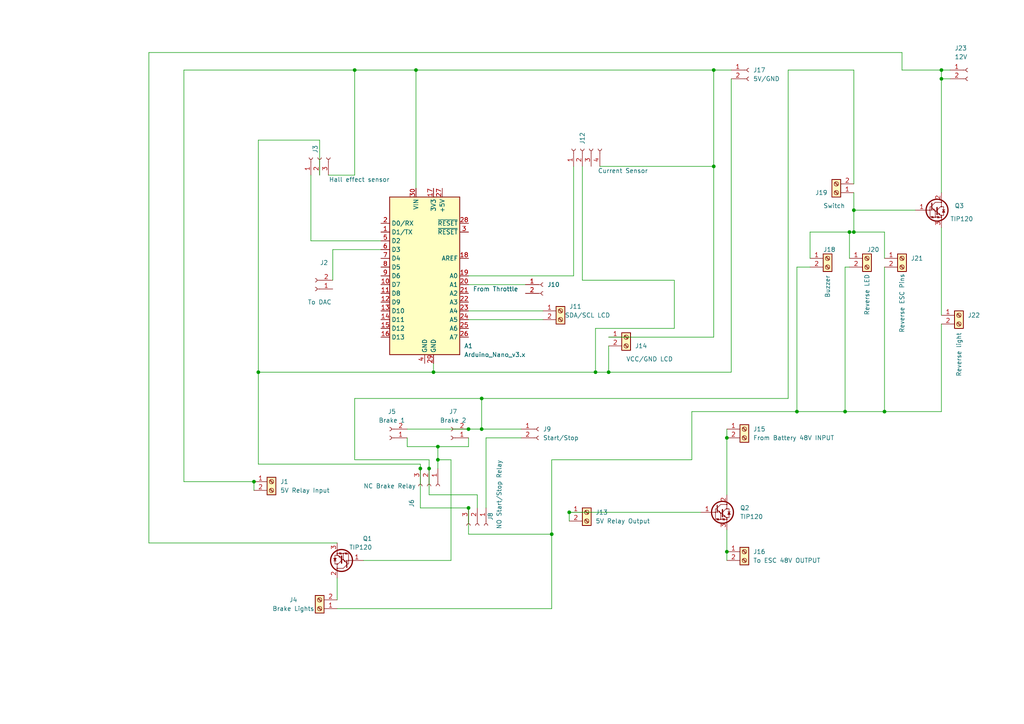
<source format=kicad_sch>
(kicad_sch (version 20211123) (generator eeschema)

  (uuid 9538e4ed-27e6-4c37-b989-9859dc0d49e8)

  (paper "A4")

  (title_block
    (title "JIBEBE E-TRICYCLE PCB")
    (company "JKUAT")
    (comment 1 "AMOS WANENE, ELIAS CHERUIYOT, MOSES MULWA & BRIAN KUSIMBA")
  )

  (lib_symbols
    (symbol "Connector:Conn_01x02_Female" (pin_names (offset 1.016) hide) (in_bom yes) (on_board yes)
      (property "Reference" "J" (id 0) (at 0 2.54 0)
        (effects (font (size 1.27 1.27)))
      )
      (property "Value" "Conn_01x02_Female" (id 1) (at 0 -5.08 0)
        (effects (font (size 1.27 1.27)))
      )
      (property "Footprint" "" (id 2) (at 0 0 0)
        (effects (font (size 1.27 1.27)) hide)
      )
      (property "Datasheet" "~" (id 3) (at 0 0 0)
        (effects (font (size 1.27 1.27)) hide)
      )
      (property "ki_keywords" "connector" (id 4) (at 0 0 0)
        (effects (font (size 1.27 1.27)) hide)
      )
      (property "ki_description" "Generic connector, single row, 01x02, script generated (kicad-library-utils/schlib/autogen/connector/)" (id 5) (at 0 0 0)
        (effects (font (size 1.27 1.27)) hide)
      )
      (property "ki_fp_filters" "Connector*:*_1x??_*" (id 6) (at 0 0 0)
        (effects (font (size 1.27 1.27)) hide)
      )
      (symbol "Conn_01x02_Female_1_1"
        (arc (start 0 -2.032) (mid -0.508 -2.54) (end 0 -3.048)
          (stroke (width 0.1524) (type default) (color 0 0 0 0))
          (fill (type none))
        )
        (polyline
          (pts
            (xy -1.27 -2.54)
            (xy -0.508 -2.54)
          )
          (stroke (width 0.1524) (type default) (color 0 0 0 0))
          (fill (type none))
        )
        (polyline
          (pts
            (xy -1.27 0)
            (xy -0.508 0)
          )
          (stroke (width 0.1524) (type default) (color 0 0 0 0))
          (fill (type none))
        )
        (arc (start 0 0.508) (mid -0.508 0) (end 0 -0.508)
          (stroke (width 0.1524) (type default) (color 0 0 0 0))
          (fill (type none))
        )
        (pin passive line (at -5.08 0 0) (length 3.81)
          (name "Pin_1" (effects (font (size 1.27 1.27))))
          (number "1" (effects (font (size 1.27 1.27))))
        )
        (pin passive line (at -5.08 -2.54 0) (length 3.81)
          (name "Pin_2" (effects (font (size 1.27 1.27))))
          (number "2" (effects (font (size 1.27 1.27))))
        )
      )
    )
    (symbol "Connector:Conn_01x03_Female" (pin_names (offset 1.016) hide) (in_bom yes) (on_board yes)
      (property "Reference" "J" (id 0) (at 0 5.08 0)
        (effects (font (size 1.27 1.27)))
      )
      (property "Value" "Conn_01x03_Female" (id 1) (at 0 -5.08 0)
        (effects (font (size 1.27 1.27)))
      )
      (property "Footprint" "" (id 2) (at 0 0 0)
        (effects (font (size 1.27 1.27)) hide)
      )
      (property "Datasheet" "~" (id 3) (at 0 0 0)
        (effects (font (size 1.27 1.27)) hide)
      )
      (property "ki_keywords" "connector" (id 4) (at 0 0 0)
        (effects (font (size 1.27 1.27)) hide)
      )
      (property "ki_description" "Generic connector, single row, 01x03, script generated (kicad-library-utils/schlib/autogen/connector/)" (id 5) (at 0 0 0)
        (effects (font (size 1.27 1.27)) hide)
      )
      (property "ki_fp_filters" "Connector*:*_1x??_*" (id 6) (at 0 0 0)
        (effects (font (size 1.27 1.27)) hide)
      )
      (symbol "Conn_01x03_Female_1_1"
        (arc (start 0 -2.032) (mid -0.508 -2.54) (end 0 -3.048)
          (stroke (width 0.1524) (type default) (color 0 0 0 0))
          (fill (type none))
        )
        (polyline
          (pts
            (xy -1.27 -2.54)
            (xy -0.508 -2.54)
          )
          (stroke (width 0.1524) (type default) (color 0 0 0 0))
          (fill (type none))
        )
        (polyline
          (pts
            (xy -1.27 0)
            (xy -0.508 0)
          )
          (stroke (width 0.1524) (type default) (color 0 0 0 0))
          (fill (type none))
        )
        (polyline
          (pts
            (xy -1.27 2.54)
            (xy -0.508 2.54)
          )
          (stroke (width 0.1524) (type default) (color 0 0 0 0))
          (fill (type none))
        )
        (arc (start 0 0.508) (mid -0.508 0) (end 0 -0.508)
          (stroke (width 0.1524) (type default) (color 0 0 0 0))
          (fill (type none))
        )
        (arc (start 0 3.048) (mid -0.508 2.54) (end 0 2.032)
          (stroke (width 0.1524) (type default) (color 0 0 0 0))
          (fill (type none))
        )
        (pin passive line (at -5.08 2.54 0) (length 3.81)
          (name "Pin_1" (effects (font (size 1.27 1.27))))
          (number "1" (effects (font (size 1.27 1.27))))
        )
        (pin passive line (at -5.08 0 0) (length 3.81)
          (name "Pin_2" (effects (font (size 1.27 1.27))))
          (number "2" (effects (font (size 1.27 1.27))))
        )
        (pin passive line (at -5.08 -2.54 0) (length 3.81)
          (name "Pin_3" (effects (font (size 1.27 1.27))))
          (number "3" (effects (font (size 1.27 1.27))))
        )
      )
    )
    (symbol "Connector:Conn_01x04_Female" (pin_names (offset 1.016) hide) (in_bom yes) (on_board yes)
      (property "Reference" "J" (id 0) (at 0 5.08 0)
        (effects (font (size 1.27 1.27)))
      )
      (property "Value" "Conn_01x04_Female" (id 1) (at 0 -7.62 0)
        (effects (font (size 1.27 1.27)))
      )
      (property "Footprint" "" (id 2) (at 0 0 0)
        (effects (font (size 1.27 1.27)) hide)
      )
      (property "Datasheet" "~" (id 3) (at 0 0 0)
        (effects (font (size 1.27 1.27)) hide)
      )
      (property "ki_keywords" "connector" (id 4) (at 0 0 0)
        (effects (font (size 1.27 1.27)) hide)
      )
      (property "ki_description" "Generic connector, single row, 01x04, script generated (kicad-library-utils/schlib/autogen/connector/)" (id 5) (at 0 0 0)
        (effects (font (size 1.27 1.27)) hide)
      )
      (property "ki_fp_filters" "Connector*:*_1x??_*" (id 6) (at 0 0 0)
        (effects (font (size 1.27 1.27)) hide)
      )
      (symbol "Conn_01x04_Female_1_1"
        (arc (start 0 -4.572) (mid -0.508 -5.08) (end 0 -5.588)
          (stroke (width 0.1524) (type default) (color 0 0 0 0))
          (fill (type none))
        )
        (arc (start 0 -2.032) (mid -0.508 -2.54) (end 0 -3.048)
          (stroke (width 0.1524) (type default) (color 0 0 0 0))
          (fill (type none))
        )
        (polyline
          (pts
            (xy -1.27 -5.08)
            (xy -0.508 -5.08)
          )
          (stroke (width 0.1524) (type default) (color 0 0 0 0))
          (fill (type none))
        )
        (polyline
          (pts
            (xy -1.27 -2.54)
            (xy -0.508 -2.54)
          )
          (stroke (width 0.1524) (type default) (color 0 0 0 0))
          (fill (type none))
        )
        (polyline
          (pts
            (xy -1.27 0)
            (xy -0.508 0)
          )
          (stroke (width 0.1524) (type default) (color 0 0 0 0))
          (fill (type none))
        )
        (polyline
          (pts
            (xy -1.27 2.54)
            (xy -0.508 2.54)
          )
          (stroke (width 0.1524) (type default) (color 0 0 0 0))
          (fill (type none))
        )
        (arc (start 0 0.508) (mid -0.508 0) (end 0 -0.508)
          (stroke (width 0.1524) (type default) (color 0 0 0 0))
          (fill (type none))
        )
        (arc (start 0 3.048) (mid -0.508 2.54) (end 0 2.032)
          (stroke (width 0.1524) (type default) (color 0 0 0 0))
          (fill (type none))
        )
        (pin passive line (at -5.08 2.54 0) (length 3.81)
          (name "Pin_1" (effects (font (size 1.27 1.27))))
          (number "1" (effects (font (size 1.27 1.27))))
        )
        (pin passive line (at -5.08 0 0) (length 3.81)
          (name "Pin_2" (effects (font (size 1.27 1.27))))
          (number "2" (effects (font (size 1.27 1.27))))
        )
        (pin passive line (at -5.08 -2.54 0) (length 3.81)
          (name "Pin_3" (effects (font (size 1.27 1.27))))
          (number "3" (effects (font (size 1.27 1.27))))
        )
        (pin passive line (at -5.08 -5.08 0) (length 3.81)
          (name "Pin_4" (effects (font (size 1.27 1.27))))
          (number "4" (effects (font (size 1.27 1.27))))
        )
      )
    )
    (symbol "Connector:Screw_Terminal_01x02" (pin_names (offset 1.016) hide) (in_bom yes) (on_board yes)
      (property "Reference" "J" (id 0) (at 0 2.54 0)
        (effects (font (size 1.27 1.27)))
      )
      (property "Value" "Screw_Terminal_01x02" (id 1) (at 0 -5.08 0)
        (effects (font (size 1.27 1.27)))
      )
      (property "Footprint" "" (id 2) (at 0 0 0)
        (effects (font (size 1.27 1.27)) hide)
      )
      (property "Datasheet" "~" (id 3) (at 0 0 0)
        (effects (font (size 1.27 1.27)) hide)
      )
      (property "ki_keywords" "screw terminal" (id 4) (at 0 0 0)
        (effects (font (size 1.27 1.27)) hide)
      )
      (property "ki_description" "Generic screw terminal, single row, 01x02, script generated (kicad-library-utils/schlib/autogen/connector/)" (id 5) (at 0 0 0)
        (effects (font (size 1.27 1.27)) hide)
      )
      (property "ki_fp_filters" "TerminalBlock*:*" (id 6) (at 0 0 0)
        (effects (font (size 1.27 1.27)) hide)
      )
      (symbol "Screw_Terminal_01x02_1_1"
        (rectangle (start -1.27 1.27) (end 1.27 -3.81)
          (stroke (width 0.254) (type default) (color 0 0 0 0))
          (fill (type background))
        )
        (circle (center 0 -2.54) (radius 0.635)
          (stroke (width 0.1524) (type default) (color 0 0 0 0))
          (fill (type none))
        )
        (polyline
          (pts
            (xy -0.5334 -2.2098)
            (xy 0.3302 -3.048)
          )
          (stroke (width 0.1524) (type default) (color 0 0 0 0))
          (fill (type none))
        )
        (polyline
          (pts
            (xy -0.5334 0.3302)
            (xy 0.3302 -0.508)
          )
          (stroke (width 0.1524) (type default) (color 0 0 0 0))
          (fill (type none))
        )
        (polyline
          (pts
            (xy -0.3556 -2.032)
            (xy 0.508 -2.8702)
          )
          (stroke (width 0.1524) (type default) (color 0 0 0 0))
          (fill (type none))
        )
        (polyline
          (pts
            (xy -0.3556 0.508)
            (xy 0.508 -0.3302)
          )
          (stroke (width 0.1524) (type default) (color 0 0 0 0))
          (fill (type none))
        )
        (circle (center 0 0) (radius 0.635)
          (stroke (width 0.1524) (type default) (color 0 0 0 0))
          (fill (type none))
        )
        (pin passive line (at -5.08 0 0) (length 3.81)
          (name "Pin_1" (effects (font (size 1.27 1.27))))
          (number "1" (effects (font (size 1.27 1.27))))
        )
        (pin passive line (at -5.08 -2.54 0) (length 3.81)
          (name "Pin_2" (effects (font (size 1.27 1.27))))
          (number "2" (effects (font (size 1.27 1.27))))
        )
      )
    )
    (symbol "MCU_Module:Arduino_Nano_v3.x" (in_bom yes) (on_board yes)
      (property "Reference" "A" (id 0) (at -10.16 23.495 0)
        (effects (font (size 1.27 1.27)) (justify left bottom))
      )
      (property "Value" "Arduino_Nano_v3.x" (id 1) (at 5.08 -24.13 0)
        (effects (font (size 1.27 1.27)) (justify left top))
      )
      (property "Footprint" "Module:Arduino_Nano" (id 2) (at 0 0 0)
        (effects (font (size 1.27 1.27) italic) hide)
      )
      (property "Datasheet" "http://www.mouser.com/pdfdocs/Gravitech_Arduino_Nano3_0.pdf" (id 3) (at 0 0 0)
        (effects (font (size 1.27 1.27)) hide)
      )
      (property "ki_keywords" "Arduino nano microcontroller module USB" (id 4) (at 0 0 0)
        (effects (font (size 1.27 1.27)) hide)
      )
      (property "ki_description" "Arduino Nano v3.x" (id 5) (at 0 0 0)
        (effects (font (size 1.27 1.27)) hide)
      )
      (property "ki_fp_filters" "Arduino*Nano*" (id 6) (at 0 0 0)
        (effects (font (size 1.27 1.27)) hide)
      )
      (symbol "Arduino_Nano_v3.x_0_1"
        (rectangle (start -10.16 22.86) (end 10.16 -22.86)
          (stroke (width 0.254) (type default) (color 0 0 0 0))
          (fill (type background))
        )
      )
      (symbol "Arduino_Nano_v3.x_1_1"
        (pin bidirectional line (at -12.7 12.7 0) (length 2.54)
          (name "D1/TX" (effects (font (size 1.27 1.27))))
          (number "1" (effects (font (size 1.27 1.27))))
        )
        (pin bidirectional line (at -12.7 -2.54 0) (length 2.54)
          (name "D7" (effects (font (size 1.27 1.27))))
          (number "10" (effects (font (size 1.27 1.27))))
        )
        (pin bidirectional line (at -12.7 -5.08 0) (length 2.54)
          (name "D8" (effects (font (size 1.27 1.27))))
          (number "11" (effects (font (size 1.27 1.27))))
        )
        (pin bidirectional line (at -12.7 -7.62 0) (length 2.54)
          (name "D9" (effects (font (size 1.27 1.27))))
          (number "12" (effects (font (size 1.27 1.27))))
        )
        (pin bidirectional line (at -12.7 -10.16 0) (length 2.54)
          (name "D10" (effects (font (size 1.27 1.27))))
          (number "13" (effects (font (size 1.27 1.27))))
        )
        (pin bidirectional line (at -12.7 -12.7 0) (length 2.54)
          (name "D11" (effects (font (size 1.27 1.27))))
          (number "14" (effects (font (size 1.27 1.27))))
        )
        (pin bidirectional line (at -12.7 -15.24 0) (length 2.54)
          (name "D12" (effects (font (size 1.27 1.27))))
          (number "15" (effects (font (size 1.27 1.27))))
        )
        (pin bidirectional line (at -12.7 -17.78 0) (length 2.54)
          (name "D13" (effects (font (size 1.27 1.27))))
          (number "16" (effects (font (size 1.27 1.27))))
        )
        (pin power_out line (at 2.54 25.4 270) (length 2.54)
          (name "3V3" (effects (font (size 1.27 1.27))))
          (number "17" (effects (font (size 1.27 1.27))))
        )
        (pin input line (at 12.7 5.08 180) (length 2.54)
          (name "AREF" (effects (font (size 1.27 1.27))))
          (number "18" (effects (font (size 1.27 1.27))))
        )
        (pin bidirectional line (at 12.7 0 180) (length 2.54)
          (name "A0" (effects (font (size 1.27 1.27))))
          (number "19" (effects (font (size 1.27 1.27))))
        )
        (pin bidirectional line (at -12.7 15.24 0) (length 2.54)
          (name "D0/RX" (effects (font (size 1.27 1.27))))
          (number "2" (effects (font (size 1.27 1.27))))
        )
        (pin bidirectional line (at 12.7 -2.54 180) (length 2.54)
          (name "A1" (effects (font (size 1.27 1.27))))
          (number "20" (effects (font (size 1.27 1.27))))
        )
        (pin bidirectional line (at 12.7 -5.08 180) (length 2.54)
          (name "A2" (effects (font (size 1.27 1.27))))
          (number "21" (effects (font (size 1.27 1.27))))
        )
        (pin bidirectional line (at 12.7 -7.62 180) (length 2.54)
          (name "A3" (effects (font (size 1.27 1.27))))
          (number "22" (effects (font (size 1.27 1.27))))
        )
        (pin bidirectional line (at 12.7 -10.16 180) (length 2.54)
          (name "A4" (effects (font (size 1.27 1.27))))
          (number "23" (effects (font (size 1.27 1.27))))
        )
        (pin bidirectional line (at 12.7 -12.7 180) (length 2.54)
          (name "A5" (effects (font (size 1.27 1.27))))
          (number "24" (effects (font (size 1.27 1.27))))
        )
        (pin bidirectional line (at 12.7 -15.24 180) (length 2.54)
          (name "A6" (effects (font (size 1.27 1.27))))
          (number "25" (effects (font (size 1.27 1.27))))
        )
        (pin bidirectional line (at 12.7 -17.78 180) (length 2.54)
          (name "A7" (effects (font (size 1.27 1.27))))
          (number "26" (effects (font (size 1.27 1.27))))
        )
        (pin power_out line (at 5.08 25.4 270) (length 2.54)
          (name "+5V" (effects (font (size 1.27 1.27))))
          (number "27" (effects (font (size 1.27 1.27))))
        )
        (pin input line (at 12.7 15.24 180) (length 2.54)
          (name "~{RESET}" (effects (font (size 1.27 1.27))))
          (number "28" (effects (font (size 1.27 1.27))))
        )
        (pin power_in line (at 2.54 -25.4 90) (length 2.54)
          (name "GND" (effects (font (size 1.27 1.27))))
          (number "29" (effects (font (size 1.27 1.27))))
        )
        (pin input line (at 12.7 12.7 180) (length 2.54)
          (name "~{RESET}" (effects (font (size 1.27 1.27))))
          (number "3" (effects (font (size 1.27 1.27))))
        )
        (pin power_in line (at -2.54 25.4 270) (length 2.54)
          (name "VIN" (effects (font (size 1.27 1.27))))
          (number "30" (effects (font (size 1.27 1.27))))
        )
        (pin power_in line (at 0 -25.4 90) (length 2.54)
          (name "GND" (effects (font (size 1.27 1.27))))
          (number "4" (effects (font (size 1.27 1.27))))
        )
        (pin bidirectional line (at -12.7 10.16 0) (length 2.54)
          (name "D2" (effects (font (size 1.27 1.27))))
          (number "5" (effects (font (size 1.27 1.27))))
        )
        (pin bidirectional line (at -12.7 7.62 0) (length 2.54)
          (name "D3" (effects (font (size 1.27 1.27))))
          (number "6" (effects (font (size 1.27 1.27))))
        )
        (pin bidirectional line (at -12.7 5.08 0) (length 2.54)
          (name "D4" (effects (font (size 1.27 1.27))))
          (number "7" (effects (font (size 1.27 1.27))))
        )
        (pin bidirectional line (at -12.7 2.54 0) (length 2.54)
          (name "D5" (effects (font (size 1.27 1.27))))
          (number "8" (effects (font (size 1.27 1.27))))
        )
        (pin bidirectional line (at -12.7 0 0) (length 2.54)
          (name "D6" (effects (font (size 1.27 1.27))))
          (number "9" (effects (font (size 1.27 1.27))))
        )
      )
    )
    (symbol "Transistor_BJT:TIP120" (pin_names (offset 0) hide) (in_bom yes) (on_board yes)
      (property "Reference" "Q" (id 0) (at 5.08 1.905 0)
        (effects (font (size 1.27 1.27)) (justify left))
      )
      (property "Value" "TIP120" (id 1) (at 5.08 0 0)
        (effects (font (size 1.27 1.27)) (justify left))
      )
      (property "Footprint" "Package_TO_SOT_THT:TO-220-3_Vertical" (id 2) (at 5.08 -1.905 0)
        (effects (font (size 1.27 1.27) italic) (justify left) hide)
      )
      (property "Datasheet" "https://www.onsemi.com/pub/Collateral/TIP120-D.PDF" (id 3) (at 0 0 0)
        (effects (font (size 1.27 1.27)) (justify left) hide)
      )
      (property "ki_keywords" "Darlington Power NPN Transistor" (id 4) (at 0 0 0)
        (effects (font (size 1.27 1.27)) hide)
      )
      (property "ki_description" "5A Ic, 60V Vce, Silicon Darlington Power NPN Transistor, TO-220" (id 5) (at 0 0 0)
        (effects (font (size 1.27 1.27)) hide)
      )
      (property "ki_fp_filters" "TO?220*" (id 6) (at 0 0 0)
        (effects (font (size 1.27 1.27)) hide)
      )
      (symbol "TIP120_0_1"
        (circle (center -0.762 0) (radius 0.127)
          (stroke (width 0) (type default) (color 0 0 0 0))
          (fill (type none))
        )
        (polyline
          (pts
            (xy -1.27 0)
            (xy -0.889 0)
          )
          (stroke (width 0) (type default) (color 0 0 0 0))
          (fill (type none))
        )
        (polyline
          (pts
            (xy 2.54 -2.032)
            (xy 2.54 -2.54)
          )
          (stroke (width 0) (type default) (color 0 0 0 0))
          (fill (type none))
        )
        (polyline
          (pts
            (xy 2.54 -1.524)
            (xy 3.175 -1.524)
          )
          (stroke (width 0) (type default) (color 0 0 0 0))
          (fill (type none))
        )
        (polyline
          (pts
            (xy 2.794 0.127)
            (xy 3.556 0.127)
          )
          (stroke (width 0) (type default) (color 0 0 0 0))
          (fill (type none))
        )
        (polyline
          (pts
            (xy 3.175 -0.635)
            (xy 3.175 -1.524)
          )
          (stroke (width 0) (type default) (color 0 0 0 0))
          (fill (type none))
        )
        (polyline
          (pts
            (xy 3.175 1.016)
            (xy 2.54 1.016)
          )
          (stroke (width 0) (type default) (color 0 0 0 0))
          (fill (type none))
        )
        (polyline
          (pts
            (xy 3.175 1.016)
            (xy 3.175 0.127)
          )
          (stroke (width 0) (type default) (color 0 0 0 0))
          (fill (type none))
        )
        (polyline
          (pts
            (xy -0.254 0.762)
            (xy 0.762 -0.254)
            (xy 1.27 -0.254)
          )
          (stroke (width 0) (type default) (color 0 0 0 0))
          (fill (type none))
        )
        (polyline
          (pts
            (xy -0.254 1.016)
            (xy -0.762 1.016)
            (xy -0.762 -2.032)
          )
          (stroke (width 0) (type default) (color 0 0 0 0))
          (fill (type none))
        )
        (polyline
          (pts
            (xy -0.254 1.27)
            (xy 0.762 2.286)
            (xy 2.54 2.286)
          )
          (stroke (width 0) (type default) (color 0 0 0 0))
          (fill (type none))
        )
        (polyline
          (pts
            (xy -0.254 2.032)
            (xy -0.254 0)
            (xy -0.254 0)
          )
          (stroke (width 0.3048) (type default) (color 0 0 0 0))
          (fill (type none))
        )
        (polyline
          (pts
            (xy 1.27 0.762)
            (xy 1.27 -1.27)
            (xy 1.27 -1.27)
          )
          (stroke (width 0.381) (type default) (color 0 0 0 0))
          (fill (type none))
        )
        (polyline
          (pts
            (xy 0.635 -0.127)
            (xy 0.381 0.381)
            (xy 0.127 0.127)
            (xy 0.635 -0.127)
          )
          (stroke (width 0) (type default) (color 0 0 0 0))
          (fill (type none))
        )
        (polyline
          (pts
            (xy 1.27 -0.508)
            (xy 2.286 -1.524)
            (xy 2.54 -1.524)
            (xy 2.54 -2.032)
          )
          (stroke (width 0) (type default) (color 0 0 0 0))
          (fill (type none))
        )
        (polyline
          (pts
            (xy 1.27 0)
            (xy 2.286 1.016)
            (xy 2.54 1.016)
            (xy 2.54 2.286)
          )
          (stroke (width 0) (type default) (color 0 0 0 0))
          (fill (type none))
        )
        (polyline
          (pts
            (xy 2.159 -1.397)
            (xy 1.905 -0.889)
            (xy 1.651 -1.143)
            (xy 2.159 -1.397)
          )
          (stroke (width 0) (type default) (color 0 0 0 0))
          (fill (type none))
        )
        (polyline
          (pts
            (xy 3.175 0.127)
            (xy 2.794 -0.635)
            (xy 3.556 -0.635)
            (xy 3.175 0.127)
          )
          (stroke (width 0) (type default) (color 0 0 0 0))
          (fill (type outline))
        )
        (polyline
          (pts
            (xy 0.762 -2.032)
            (xy 0.381 -2.032)
            (xy 0.254 -2.286)
            (xy 0.127 -1.778)
            (xy 0 -2.286)
            (xy -0.127 -1.778)
            (xy -0.254 -2.286)
            (xy -0.381 -1.778)
            (xy -0.508 -2.032)
            (xy -0.762 -2.032)
          )
          (stroke (width 0) (type default) (color 0 0 0 0))
          (fill (type none))
        )
        (polyline
          (pts
            (xy 0.762 -0.254)
            (xy 0.762 -2.032)
            (xy 1.143 -2.032)
            (xy 1.27 -1.778)
            (xy 1.397 -2.286)
            (xy 1.524 -1.778)
            (xy 1.651 -2.286)
            (xy 1.778 -1.778)
            (xy 1.905 -2.286)
            (xy 2.032 -2.032)
            (xy 2.54 -2.032)
          )
          (stroke (width 0) (type default) (color 0 0 0 0))
          (fill (type none))
        )
        (circle (center 0.762 -2.032) (radius 0.127)
          (stroke (width 0) (type default) (color 0 0 0 0))
          (fill (type none))
        )
        (circle (center 0.762 -0.254) (radius 0.127)
          (stroke (width 0) (type default) (color 0 0 0 0))
          (fill (type none))
        )
        (circle (center 1.27 0) (radius 3.175)
          (stroke (width 0.3556) (type default) (color 0 0 0 0))
          (fill (type none))
        )
        (circle (center 2.54 -2.032) (radius 0.127)
          (stroke (width 0) (type default) (color 0 0 0 0))
          (fill (type none))
        )
        (circle (center 2.54 -1.524) (radius 0.127)
          (stroke (width 0) (type default) (color 0 0 0 0))
          (fill (type none))
        )
        (circle (center 2.54 1.016) (radius 0.127)
          (stroke (width 0) (type default) (color 0 0 0 0))
          (fill (type none))
        )
        (circle (center 2.54 2.286) (radius 0.127)
          (stroke (width 0) (type default) (color 0 0 0 0))
          (fill (type none))
        )
      )
      (symbol "TIP120_1_1"
        (pin input line (at -5.08 0 0) (length 3.81)
          (name "B" (effects (font (size 1.27 1.27))))
          (number "1" (effects (font (size 1.27 1.27))))
        )
        (pin passive line (at 2.54 5.08 270) (length 2.667)
          (name "C" (effects (font (size 1.27 1.27))))
          (number "2" (effects (font (size 1.27 1.27))))
        )
        (pin passive line (at 2.54 -5.08 90) (length 2.54)
          (name "E" (effects (font (size 1.27 1.27))))
          (number "3" (effects (font (size 1.27 1.27))))
        )
      )
    )
  )

  (junction (at 160.02 154.94) (diameter 0) (color 0 0 0 0)
    (uuid 0118675f-b0bf-4736-8436-816889c31283)
  )
  (junction (at 245.11 119.38) (diameter 0) (color 0 0 0 0)
    (uuid 032971be-7242-45d0-a997-e9be71c3d68f)
  )
  (junction (at 165.1 148.59) (diameter 0) (color 0 0 0 0)
    (uuid 11c63a47-3feb-48bb-ab77-532a389856e6)
  )
  (junction (at 172.72 107.95) (diameter 0) (color 0 0 0 0)
    (uuid 15eed501-4190-4beb-b297-41e32c692b4b)
  )
  (junction (at 139.7 124.46) (diameter 0) (color 0 0 0 0)
    (uuid 2bf53019-5eb4-4d0e-9fbc-47445fef470b)
  )
  (junction (at 139.7 115.57) (diameter 0) (color 0 0 0 0)
    (uuid 478ecf37-4a1f-4678-b9de-5b6f2b2ede7d)
  )
  (junction (at 273.05 22.86) (diameter 0) (color 0 0 0 0)
    (uuid 509457db-eedd-4ad9-89dd-afa4c46733b6)
  )
  (junction (at 176.53 107.95) (diameter 0) (color 0 0 0 0)
    (uuid 6f228524-a0b7-414a-8fd1-d50bb63c4312)
  )
  (junction (at 135.89 124.46) (diameter 0) (color 0 0 0 0)
    (uuid 7a6cf8d8-9ad5-4003-83c2-d1877cf3b2ab)
  )
  (junction (at 247.65 67.31) (diameter 0) (color 0 0 0 0)
    (uuid 7c16e3b8-eccc-4ab0-aa43-6df4126a29e2)
  )
  (junction (at 210.82 127) (diameter 0) (color 0 0 0 0)
    (uuid 80369c3f-0e91-4737-930e-680c8afc9cb8)
  )
  (junction (at 246.38 67.31) (diameter 0) (color 0 0 0 0)
    (uuid 8c731add-f030-43e7-91b2-a2202aebbd40)
  )
  (junction (at 74.93 107.95) (diameter 0) (color 0 0 0 0)
    (uuid 8ce0f846-0406-445a-94f2-b81886a38ec5)
  )
  (junction (at 210.82 160.02) (diameter 0) (color 0 0 0 0)
    (uuid 9388747b-3626-47eb-9511-6e955eb0a961)
  )
  (junction (at 121.92 135.89) (diameter 0) (color 0 0 0 0)
    (uuid 973a96ee-87ab-40e0-9d81-fee90e96f229)
  )
  (junction (at 120.65 20.32) (diameter 0) (color 0 0 0 0)
    (uuid 98e87075-b82c-4032-a73b-ba7d9159516e)
  )
  (junction (at 127 133.35) (diameter 0) (color 0 0 0 0)
    (uuid 9c19ec74-887c-42b2-822e-d2785fb3ddf7)
  )
  (junction (at 207.01 48.26) (diameter 0) (color 0 0 0 0)
    (uuid af45f9b6-c632-4d7e-a5a7-39b0ef767e94)
  )
  (junction (at 125.73 107.95) (diameter 0) (color 0 0 0 0)
    (uuid b0f0f50d-83a9-48d4-9966-a5af5b9a4fa6)
  )
  (junction (at 256.54 119.38) (diameter 0) (color 0 0 0 0)
    (uuid b3e43277-ab76-4c0f-83cb-6f969c12395a)
  )
  (junction (at 273.05 20.32) (diameter 0) (color 0 0 0 0)
    (uuid b68b8516-3ab6-43f0-ad83-d60862bac16a)
  )
  (junction (at 231.14 119.38) (diameter 0) (color 0 0 0 0)
    (uuid b7c49862-762e-4886-a6f1-3034369c6a6a)
  )
  (junction (at 127 129.54) (diameter 0) (color 0 0 0 0)
    (uuid bea4d0dd-493f-4e53-a857-cb6656982b9a)
  )
  (junction (at 247.65 60.96) (diameter 0) (color 0 0 0 0)
    (uuid c67ce5b7-0600-4b2f-93ac-1b629a36ac48)
  )
  (junction (at 124.46 135.89) (diameter 0) (color 0 0 0 0)
    (uuid d95e3a26-d6cc-40af-b3cd-ca597bc3c083)
  )
  (junction (at 102.87 20.32) (diameter 0) (color 0 0 0 0)
    (uuid e40f12a4-7d29-40ca-9d78-0922cb785f29)
  )
  (junction (at 73.66 139.7) (diameter 0) (color 0 0 0 0)
    (uuid e56b4a4b-003e-4235-a8b2-b196b2d93d5c)
  )
  (junction (at 135.89 147.32) (diameter 0) (color 0 0 0 0)
    (uuid e8375cde-158e-4fbb-a4d8-946872d0d89c)
  )
  (junction (at 207.01 20.32) (diameter 0) (color 0 0 0 0)
    (uuid f8f8bb46-d9f2-41c7-bc7f-69e248def225)
  )

  (wire (pts (xy 261.62 20.32) (xy 261.62 15.24))
    (stroke (width 0) (type default) (color 0 0 0 0))
    (uuid 0490a53b-1be3-4f5e-82dc-4f5375bedae6)
  )
  (wire (pts (xy 245.11 119.38) (xy 231.14 119.38))
    (stroke (width 0) (type default) (color 0 0 0 0))
    (uuid 055f846b-c7ff-4d5a-9c95-2bdbc005bc7e)
  )
  (wire (pts (xy 43.18 157.48) (xy 97.79 157.48))
    (stroke (width 0) (type default) (color 0 0 0 0))
    (uuid 08bcf94e-7fd5-4c6a-b8f8-4610e778ac64)
  )
  (wire (pts (xy 121.92 147.32) (xy 121.92 135.89))
    (stroke (width 0) (type default) (color 0 0 0 0))
    (uuid 091bc32a-5b5e-4aa8-bc5a-2ae1b1ce1be2)
  )
  (wire (pts (xy 121.92 134.62) (xy 74.93 134.62))
    (stroke (width 0) (type default) (color 0 0 0 0))
    (uuid 094c773e-635b-45e6-9707-3e50d9d77da5)
  )
  (wire (pts (xy 210.82 153.67) (xy 210.82 160.02))
    (stroke (width 0) (type default) (color 0 0 0 0))
    (uuid 09652cd1-ff3b-45b5-b7d5-2fc8f02b1dce)
  )
  (wire (pts (xy 256.54 119.38) (xy 245.11 119.38))
    (stroke (width 0) (type default) (color 0 0 0 0))
    (uuid 0d619bbe-8878-42f3-a878-c5f31a02cf91)
  )
  (wire (pts (xy 200.66 133.35) (xy 200.66 119.38))
    (stroke (width 0) (type default) (color 0 0 0 0))
    (uuid 0df7bd4a-a2ee-4e42-8b8d-7bbc3e5110b0)
  )
  (wire (pts (xy 135.89 154.94) (xy 160.02 154.94))
    (stroke (width 0) (type default) (color 0 0 0 0))
    (uuid 103450af-dbc9-4137-a4fe-d84073ff57f0)
  )
  (wire (pts (xy 125.73 107.95) (xy 125.73 105.41))
    (stroke (width 0) (type default) (color 0 0 0 0))
    (uuid 19564ba9-b2c6-4fdd-917d-16701e4cb0ab)
  )
  (wire (pts (xy 140.97 147.32) (xy 140.97 127))
    (stroke (width 0) (type default) (color 0 0 0 0))
    (uuid 1a5fac40-7677-4a2d-b495-26691ffaf1ef)
  )
  (wire (pts (xy 246.38 77.47) (xy 245.11 77.47))
    (stroke (width 0) (type default) (color 0 0 0 0))
    (uuid 1cd3428e-276f-4e50-a78a-dcdd98305e98)
  )
  (wire (pts (xy 74.93 40.64) (xy 92.71 40.64))
    (stroke (width 0) (type default) (color 0 0 0 0))
    (uuid 1ecf0f44-2307-480f-bbf6-06b1ce5b5ea7)
  )
  (wire (pts (xy 135.89 92.71) (xy 157.48 92.71))
    (stroke (width 0) (type default) (color 0 0 0 0))
    (uuid 2298a436-f23b-466e-bbf7-b1f7e50e4df4)
  )
  (wire (pts (xy 121.92 135.89) (xy 121.92 134.62))
    (stroke (width 0) (type default) (color 0 0 0 0))
    (uuid 232997e6-1106-4d1e-88e8-7838e5446dec)
  )
  (wire (pts (xy 127 129.54) (xy 118.11 129.54))
    (stroke (width 0) (type default) (color 0 0 0 0))
    (uuid 24d2be95-fe57-4aaf-a6bb-ae5f4893dbb3)
  )
  (wire (pts (xy 210.82 124.46) (xy 210.82 127))
    (stroke (width 0) (type default) (color 0 0 0 0))
    (uuid 255a17d5-b7be-4fa7-8dff-6376e523b95a)
  )
  (wire (pts (xy 228.6 20.32) (xy 228.6 115.57))
    (stroke (width 0) (type default) (color 0 0 0 0))
    (uuid 2630dbd3-87d4-4979-8fa2-5f5c72d72cc5)
  )
  (wire (pts (xy 74.93 107.95) (xy 74.93 40.64))
    (stroke (width 0) (type default) (color 0 0 0 0))
    (uuid 29b99860-76ca-4e34-a218-726de556ba09)
  )
  (wire (pts (xy 97.79 167.64) (xy 97.79 173.99))
    (stroke (width 0) (type default) (color 0 0 0 0))
    (uuid 2c960e32-32cb-4097-a9c9-a4e68ca0cc9d)
  )
  (wire (pts (xy 234.95 77.47) (xy 231.14 77.47))
    (stroke (width 0) (type default) (color 0 0 0 0))
    (uuid 2ea9b4c8-60c7-4032-a81a-911e51ce3344)
  )
  (wire (pts (xy 256.54 77.47) (xy 256.54 119.38))
    (stroke (width 0) (type default) (color 0 0 0 0))
    (uuid 2fdc444d-6249-4cf8-b9d4-46cc86f70309)
  )
  (wire (pts (xy 207.01 97.79) (xy 207.01 48.26))
    (stroke (width 0) (type default) (color 0 0 0 0))
    (uuid 309de9a7-bbb8-48c0-be72-34f8fc205890)
  )
  (wire (pts (xy 172.72 107.95) (xy 125.73 107.95))
    (stroke (width 0) (type default) (color 0 0 0 0))
    (uuid 351b5a34-e80f-4160-839a-dbeb18fc3266)
  )
  (wire (pts (xy 176.53 97.79) (xy 207.01 97.79))
    (stroke (width 0) (type default) (color 0 0 0 0))
    (uuid 387d95c6-545a-4d7f-b8b8-9997687e57e1)
  )
  (wire (pts (xy 92.71 40.64) (xy 92.71 50.8))
    (stroke (width 0) (type default) (color 0 0 0 0))
    (uuid 3a482151-a30f-4cbd-bcc3-22c447fa8000)
  )
  (wire (pts (xy 139.7 115.57) (xy 102.87 115.57))
    (stroke (width 0) (type default) (color 0 0 0 0))
    (uuid 3aa55032-1795-4a6f-a14f-dedb98cbd575)
  )
  (wire (pts (xy 165.1 148.59) (xy 165.1 151.13))
    (stroke (width 0) (type default) (color 0 0 0 0))
    (uuid 3b17c6ec-9313-4611-bb9c-c266303ce2ac)
  )
  (wire (pts (xy 135.89 127) (xy 135.89 129.54))
    (stroke (width 0) (type default) (color 0 0 0 0))
    (uuid 3fdea1ab-4495-4a61-973b-a10754bf026b)
  )
  (wire (pts (xy 53.34 139.7) (xy 73.66 139.7))
    (stroke (width 0) (type default) (color 0 0 0 0))
    (uuid 4599ec89-0b48-410c-ba47-9297dfa31ca4)
  )
  (wire (pts (xy 231.14 77.47) (xy 231.14 119.38))
    (stroke (width 0) (type default) (color 0 0 0 0))
    (uuid 46ac3f73-9e3b-4601-99c5-3f54129255e7)
  )
  (wire (pts (xy 102.87 133.35) (xy 124.46 133.35))
    (stroke (width 0) (type default) (color 0 0 0 0))
    (uuid 49470889-9d0a-46b3-9b7e-8cdd6053918d)
  )
  (wire (pts (xy 176.53 100.33) (xy 176.53 107.95))
    (stroke (width 0) (type default) (color 0 0 0 0))
    (uuid 4a53f55e-94cf-410f-bc0d-95f57180b474)
  )
  (wire (pts (xy 256.54 74.93) (xy 256.54 67.31))
    (stroke (width 0) (type default) (color 0 0 0 0))
    (uuid 4bba0baa-3eaf-4bbd-a034-867555898307)
  )
  (wire (pts (xy 228.6 20.32) (xy 247.65 20.32))
    (stroke (width 0) (type default) (color 0 0 0 0))
    (uuid 58853a7c-d7e3-493f-84c7-940bb157b19b)
  )
  (wire (pts (xy 135.89 147.32) (xy 121.92 147.32))
    (stroke (width 0) (type default) (color 0 0 0 0))
    (uuid 5bff61fd-00db-4ad6-b9ef-e6f90557062e)
  )
  (wire (pts (xy 166.37 80.01) (xy 166.37 48.26))
    (stroke (width 0) (type default) (color 0 0 0 0))
    (uuid 60164925-7a21-423b-bcf5-4dea9c88b3fb)
  )
  (wire (pts (xy 176.53 107.95) (xy 172.72 107.95))
    (stroke (width 0) (type default) (color 0 0 0 0))
    (uuid 66294004-3777-4c9c-baf6-3e96dfb06574)
  )
  (wire (pts (xy 247.65 20.32) (xy 247.65 53.34))
    (stroke (width 0) (type default) (color 0 0 0 0))
    (uuid 6a79f00d-fda5-4612-a5de-d80e69e832a8)
  )
  (wire (pts (xy 160.02 176.53) (xy 160.02 154.94))
    (stroke (width 0) (type default) (color 0 0 0 0))
    (uuid 6cb1e1b3-3e1e-42b4-b4af-863f4b586d11)
  )
  (wire (pts (xy 273.05 93.98) (xy 273.05 119.38))
    (stroke (width 0) (type default) (color 0 0 0 0))
    (uuid 70cab2f2-4551-4726-a59d-7cf897e6638a)
  )
  (wire (pts (xy 212.09 107.95) (xy 176.53 107.95))
    (stroke (width 0) (type default) (color 0 0 0 0))
    (uuid 7131b104-96e4-47ef-a465-6de9117ce643)
  )
  (wire (pts (xy 246.38 67.31) (xy 247.65 67.31))
    (stroke (width 0) (type default) (color 0 0 0 0))
    (uuid 782a14ca-5dc3-4fdf-98ed-d6cca3669020)
  )
  (wire (pts (xy 118.11 124.46) (xy 135.89 124.46))
    (stroke (width 0) (type default) (color 0 0 0 0))
    (uuid 78397632-5a7a-49f0-993c-7e9f18db361a)
  )
  (wire (pts (xy 273.05 20.32) (xy 273.05 22.86))
    (stroke (width 0) (type default) (color 0 0 0 0))
    (uuid 796636af-f4a6-47b1-84ae-7067556701e2)
  )
  (wire (pts (xy 261.62 15.24) (xy 43.18 15.24))
    (stroke (width 0) (type default) (color 0 0 0 0))
    (uuid 7aae6121-28ef-45a3-9edb-c1be57d54988)
  )
  (wire (pts (xy 165.1 148.59) (xy 203.2 148.59))
    (stroke (width 0) (type default) (color 0 0 0 0))
    (uuid 7cc70384-b819-4a3a-bda9-38dbf422a209)
  )
  (wire (pts (xy 139.7 115.57) (xy 139.7 124.46))
    (stroke (width 0) (type default) (color 0 0 0 0))
    (uuid 7ceb1f5e-5e11-4701-81aa-906d8e369e3d)
  )
  (wire (pts (xy 138.43 147.32) (xy 138.43 143.51))
    (stroke (width 0) (type default) (color 0 0 0 0))
    (uuid 7cf2eccf-5eaf-4765-8e77-84ef3145018c)
  )
  (wire (pts (xy 210.82 127) (xy 210.82 143.51))
    (stroke (width 0) (type default) (color 0 0 0 0))
    (uuid 7d834188-178c-41e9-99e4-e85510d67f2d)
  )
  (wire (pts (xy 135.89 124.46) (xy 139.7 124.46))
    (stroke (width 0) (type default) (color 0 0 0 0))
    (uuid 7e8da096-930e-4fb0-b230-a6df8d5bf185)
  )
  (wire (pts (xy 195.58 95.25) (xy 172.72 95.25))
    (stroke (width 0) (type default) (color 0 0 0 0))
    (uuid 80373716-d41f-4f06-92dd-577434075703)
  )
  (wire (pts (xy 43.18 15.24) (xy 43.18 157.48))
    (stroke (width 0) (type default) (color 0 0 0 0))
    (uuid 84776e18-ceed-4012-9fe7-cd4720a4edab)
  )
  (wire (pts (xy 245.11 77.47) (xy 245.11 119.38))
    (stroke (width 0) (type default) (color 0 0 0 0))
    (uuid 85365ba5-05bb-4fc6-9a47-30db0fd971d7)
  )
  (wire (pts (xy 118.11 127) (xy 118.11 129.54))
    (stroke (width 0) (type default) (color 0 0 0 0))
    (uuid 8677718c-2fe4-4a7d-ae47-d63481eddf49)
  )
  (wire (pts (xy 53.34 20.32) (xy 53.34 139.7))
    (stroke (width 0) (type default) (color 0 0 0 0))
    (uuid 881bf08c-0be4-40c7-a40b-af84dd334b63)
  )
  (wire (pts (xy 207.01 48.26) (xy 207.01 20.32))
    (stroke (width 0) (type default) (color 0 0 0 0))
    (uuid 89e5117e-6516-45fb-bd56-374465c7cd71)
  )
  (wire (pts (xy 139.7 124.46) (xy 151.13 124.46))
    (stroke (width 0) (type default) (color 0 0 0 0))
    (uuid 8acd2c2c-b027-40e9-8f89-bbda6376b119)
  )
  (wire (pts (xy 135.89 80.01) (xy 166.37 80.01))
    (stroke (width 0) (type default) (color 0 0 0 0))
    (uuid 8ece8479-f9cc-4aa7-a9c5-762ec4c70525)
  )
  (wire (pts (xy 74.93 107.95) (xy 74.93 134.62))
    (stroke (width 0) (type default) (color 0 0 0 0))
    (uuid 9a58fb7d-68b9-4534-a3a9-9e7458304bc1)
  )
  (wire (pts (xy 135.89 129.54) (xy 127 129.54))
    (stroke (width 0) (type default) (color 0 0 0 0))
    (uuid 9baf89b2-a5dd-41f1-814c-8c49ca50efff)
  )
  (wire (pts (xy 96.52 72.39) (xy 110.49 72.39))
    (stroke (width 0) (type default) (color 0 0 0 0))
    (uuid 9dbf5f25-047a-4d7e-b08c-84fa557d0411)
  )
  (wire (pts (xy 200.66 119.38) (xy 231.14 119.38))
    (stroke (width 0) (type default) (color 0 0 0 0))
    (uuid 9fee7daf-b53a-4f4a-afb2-8cd2ec73f47a)
  )
  (wire (pts (xy 168.91 81.28) (xy 195.58 81.28))
    (stroke (width 0) (type default) (color 0 0 0 0))
    (uuid a150bd25-66e4-4e7c-a341-be5c59b9e311)
  )
  (wire (pts (xy 273.05 20.32) (xy 261.62 20.32))
    (stroke (width 0) (type default) (color 0 0 0 0))
    (uuid a2f029e5-0604-4469-ac72-5f5d1d84e32e)
  )
  (wire (pts (xy 135.89 82.55) (xy 152.4 82.55))
    (stroke (width 0) (type default) (color 0 0 0 0))
    (uuid a3bd8ad2-6686-446c-af1a-8a593c8afd3d)
  )
  (wire (pts (xy 102.87 20.32) (xy 120.65 20.32))
    (stroke (width 0) (type default) (color 0 0 0 0))
    (uuid a3c38ad8-0374-4259-a246-e3e18263e933)
  )
  (wire (pts (xy 234.95 67.31) (xy 234.95 74.93))
    (stroke (width 0) (type default) (color 0 0 0 0))
    (uuid a514883e-4ea2-4671-ace0-d46d587b4c02)
  )
  (wire (pts (xy 74.93 107.95) (xy 125.73 107.95))
    (stroke (width 0) (type default) (color 0 0 0 0))
    (uuid a63fd0d6-d268-407c-bf8a-0c5ad862119d)
  )
  (wire (pts (xy 135.89 90.17) (xy 157.48 90.17))
    (stroke (width 0) (type default) (color 0 0 0 0))
    (uuid a7f9c3fc-56b7-4de6-b6ec-6d1c686162f4)
  )
  (wire (pts (xy 127 129.54) (xy 127 133.35))
    (stroke (width 0) (type default) (color 0 0 0 0))
    (uuid aa2bb9ca-2415-43a5-90e0-9a31e5554a95)
  )
  (wire (pts (xy 273.05 66.04) (xy 273.05 91.44))
    (stroke (width 0) (type default) (color 0 0 0 0))
    (uuid ab136003-1bee-44b9-8a6c-491f3574e43e)
  )
  (wire (pts (xy 195.58 81.28) (xy 195.58 95.25))
    (stroke (width 0) (type default) (color 0 0 0 0))
    (uuid ae8e08b6-7493-4727-b10b-0dee306552d4)
  )
  (wire (pts (xy 140.97 127) (xy 151.13 127))
    (stroke (width 0) (type default) (color 0 0 0 0))
    (uuid ae951ff5-c8c5-46f4-a70f-d69a2f09ce7b)
  )
  (wire (pts (xy 273.05 119.38) (xy 256.54 119.38))
    (stroke (width 0) (type default) (color 0 0 0 0))
    (uuid af849c15-063f-4d15-b604-05b10f7e1396)
  )
  (wire (pts (xy 228.6 115.57) (xy 139.7 115.57))
    (stroke (width 0) (type default) (color 0 0 0 0))
    (uuid b1f392ee-0aca-4a71-9d93-783f1fa82a8d)
  )
  (wire (pts (xy 102.87 115.57) (xy 102.87 133.35))
    (stroke (width 0) (type default) (color 0 0 0 0))
    (uuid b263028e-9c28-474a-85bb-931ba8caaa0b)
  )
  (wire (pts (xy 135.89 147.32) (xy 135.89 154.94))
    (stroke (width 0) (type default) (color 0 0 0 0))
    (uuid b5701358-e8b7-4cfe-b8fd-27f00984c7e8)
  )
  (wire (pts (xy 73.66 139.7) (xy 73.66 142.24))
    (stroke (width 0) (type default) (color 0 0 0 0))
    (uuid b71f3ce9-60da-4d61-a75d-a45ea4ada717)
  )
  (wire (pts (xy 234.95 67.31) (xy 246.38 67.31))
    (stroke (width 0) (type default) (color 0 0 0 0))
    (uuid ba07ce99-64df-4865-9798-cce2e1e2f31d)
  )
  (wire (pts (xy 207.01 20.32) (xy 212.09 20.32))
    (stroke (width 0) (type default) (color 0 0 0 0))
    (uuid ba8e2762-c5b3-468d-822f-e8b7ea1fe794)
  )
  (wire (pts (xy 90.17 50.8) (xy 90.17 69.85))
    (stroke (width 0) (type default) (color 0 0 0 0))
    (uuid be1744dc-a5c5-4564-87f6-15e6d84c0cd5)
  )
  (wire (pts (xy 246.38 74.93) (xy 246.38 67.31))
    (stroke (width 0) (type default) (color 0 0 0 0))
    (uuid c0fb56d3-beea-41c3-947c-33b77f18554b)
  )
  (wire (pts (xy 172.72 95.25) (xy 172.72 107.95))
    (stroke (width 0) (type default) (color 0 0 0 0))
    (uuid c1b22bd9-cd37-4f9a-8cb4-6c752b7bb722)
  )
  (wire (pts (xy 212.09 22.86) (xy 212.09 107.95))
    (stroke (width 0) (type default) (color 0 0 0 0))
    (uuid c1e50d30-2ad8-414b-8406-01fa3063f98e)
  )
  (wire (pts (xy 247.65 60.96) (xy 265.43 60.96))
    (stroke (width 0) (type default) (color 0 0 0 0))
    (uuid c6c73acd-ce85-4d53-9aae-7cfff0370a4c)
  )
  (wire (pts (xy 127 133.35) (xy 127 135.89))
    (stroke (width 0) (type default) (color 0 0 0 0))
    (uuid c6e401a3-35b7-4ebd-97a6-b76d67b3d412)
  )
  (wire (pts (xy 168.91 48.26) (xy 168.91 81.28))
    (stroke (width 0) (type default) (color 0 0 0 0))
    (uuid c7e445ab-0bc5-4dd6-9daa-c2fe1722ba86)
  )
  (wire (pts (xy 90.17 69.85) (xy 110.49 69.85))
    (stroke (width 0) (type default) (color 0 0 0 0))
    (uuid ca0dc7ba-c641-41a9-a8b3-70cf7ed8424f)
  )
  (wire (pts (xy 160.02 154.94) (xy 160.02 133.35))
    (stroke (width 0) (type default) (color 0 0 0 0))
    (uuid cbfcb9d9-42f1-43b8-b20d-8e8774e51690)
  )
  (wire (pts (xy 127 133.35) (xy 130.81 133.35))
    (stroke (width 0) (type default) (color 0 0 0 0))
    (uuid ccac082e-43c7-49e8-8002-746f383c79b9)
  )
  (wire (pts (xy 120.65 20.32) (xy 207.01 20.32))
    (stroke (width 0) (type default) (color 0 0 0 0))
    (uuid ccef3d33-305b-4c55-9991-304b4c1a4eee)
  )
  (wire (pts (xy 102.87 50.8) (xy 102.87 20.32))
    (stroke (width 0) (type default) (color 0 0 0 0))
    (uuid ce210f58-2829-4baa-bd41-e3a6a2ff18cd)
  )
  (wire (pts (xy 275.59 22.86) (xy 273.05 22.86))
    (stroke (width 0) (type default) (color 0 0 0 0))
    (uuid ceb8d1d7-5351-4c45-aa55-aae2810c6b65)
  )
  (wire (pts (xy 96.52 72.39) (xy 96.52 81.28))
    (stroke (width 0) (type default) (color 0 0 0 0))
    (uuid cf0ae469-5f8d-406a-b8aa-7ab3f81f4582)
  )
  (wire (pts (xy 160.02 133.35) (xy 200.66 133.35))
    (stroke (width 0) (type default) (color 0 0 0 0))
    (uuid d163d22e-6978-476e-8a9c-0d428f6d61cf)
  )
  (wire (pts (xy 95.25 50.8) (xy 102.87 50.8))
    (stroke (width 0) (type default) (color 0 0 0 0))
    (uuid d3388c04-0946-424b-888f-fb390b5707dc)
  )
  (wire (pts (xy 247.65 55.88) (xy 247.65 60.96))
    (stroke (width 0) (type default) (color 0 0 0 0))
    (uuid d52535de-ad9d-4902-be60-cdf728ea9214)
  )
  (wire (pts (xy 273.05 22.86) (xy 273.05 55.88))
    (stroke (width 0) (type default) (color 0 0 0 0))
    (uuid d6b1d028-79b3-4068-a7bc-3e90dbfdd5c9)
  )
  (wire (pts (xy 124.46 143.51) (xy 124.46 135.89))
    (stroke (width 0) (type default) (color 0 0 0 0))
    (uuid d9abc6ca-9634-48e0-ae25-13a2f315ce7e)
  )
  (wire (pts (xy 247.65 60.96) (xy 247.65 67.31))
    (stroke (width 0) (type default) (color 0 0 0 0))
    (uuid dac0f001-2cb6-4940-8bc4-10359e8c924c)
  )
  (wire (pts (xy 173.99 48.26) (xy 207.01 48.26))
    (stroke (width 0) (type default) (color 0 0 0 0))
    (uuid e738e7d5-66a3-4e13-95d3-6dec1280c3a2)
  )
  (wire (pts (xy 53.34 20.32) (xy 102.87 20.32))
    (stroke (width 0) (type default) (color 0 0 0 0))
    (uuid eae4a714-d328-49f1-a94c-d8b84186f1d5)
  )
  (wire (pts (xy 247.65 67.31) (xy 256.54 67.31))
    (stroke (width 0) (type default) (color 0 0 0 0))
    (uuid ed41c373-e283-474d-9267-582e84a1bcd7)
  )
  (wire (pts (xy 210.82 160.02) (xy 210.82 162.56))
    (stroke (width 0) (type default) (color 0 0 0 0))
    (uuid edb1c7e8-3a58-4491-985f-2a6465ff1aff)
  )
  (wire (pts (xy 130.81 133.35) (xy 130.81 162.56))
    (stroke (width 0) (type default) (color 0 0 0 0))
    (uuid eed31259-2733-41fb-abf2-5dea16f8d801)
  )
  (wire (pts (xy 97.79 176.53) (xy 160.02 176.53))
    (stroke (width 0) (type default) (color 0 0 0 0))
    (uuid f35337b8-5979-4acf-83ba-8f64675466ff)
  )
  (wire (pts (xy 138.43 143.51) (xy 124.46 143.51))
    (stroke (width 0) (type default) (color 0 0 0 0))
    (uuid f3c6f72f-ba22-4ae3-976d-18a6ec28b870)
  )
  (wire (pts (xy 130.81 162.56) (xy 105.41 162.56))
    (stroke (width 0) (type default) (color 0 0 0 0))
    (uuid f5880af4-dd12-4691-93b8-a6fd538a16da)
  )
  (wire (pts (xy 275.59 20.32) (xy 273.05 20.32))
    (stroke (width 0) (type default) (color 0 0 0 0))
    (uuid f9a82f1e-fa5b-48b6-9ab5-fe1645bac93a)
  )
  (wire (pts (xy 124.46 133.35) (xy 124.46 135.89))
    (stroke (width 0) (type default) (color 0 0 0 0))
    (uuid f9fb6296-5d35-425a-9a37-f019ab5a43be)
  )
  (wire (pts (xy 120.65 20.32) (xy 120.65 54.61))
    (stroke (width 0) (type default) (color 0 0 0 0))
    (uuid fc30cabc-9c3e-4c97-8d13-608cdcd0039c)
  )

  (symbol (lib_id "Connector:Screw_Terminal_01x02") (at 242.57 55.88 180) (unit 1)
    (in_bom yes) (on_board yes)
    (uuid 11f9d2a0-a5e9-46ab-9a6a-4dbe32638a27)
    (property "Reference" "J19" (id 0) (at 240.03 55.8801 0)
      (effects (font (size 1.27 1.27)) (justify left))
    )
    (property "Value" "Switch" (id 1) (at 245.11 59.69 0)
      (effects (font (size 1.27 1.27)) (justify left))
    )
    (property "Footprint" "TerminalBlock:TerminalBlock_Altech_AK300-2_P5.00mm" (id 2) (at 242.57 55.88 0)
      (effects (font (size 1.27 1.27)) hide)
    )
    (property "Datasheet" "~" (id 3) (at 242.57 55.88 0)
      (effects (font (size 1.27 1.27)) hide)
    )
    (pin "1" (uuid 67c75253-8b9e-4a4e-adaa-881782808ea5))
    (pin "2" (uuid 1785d8f8-6f12-4485-a261-06270dd4c664))
  )

  (symbol (lib_id "Connector:Screw_Terminal_01x02") (at 251.46 74.93 0) (unit 1)
    (in_bom yes) (on_board yes)
    (uuid 1cefbb3d-3fee-4c07-a2c7-5087426671c9)
    (property "Reference" "J20" (id 0) (at 251.46 72.39 0)
      (effects (font (size 1.27 1.27)) (justify left))
    )
    (property "Value" "Reverse LED" (id 1) (at 251.46 91.44 90)
      (effects (font (size 1.27 1.27)) (justify left))
    )
    (property "Footprint" "TerminalBlock:TerminalBlock_Altech_AK300-2_P5.00mm" (id 2) (at 251.46 74.93 0)
      (effects (font (size 1.27 1.27)) hide)
    )
    (property "Datasheet" "~" (id 3) (at 251.46 74.93 0)
      (effects (font (size 1.27 1.27)) hide)
    )
    (pin "1" (uuid 4163e170-fbed-408f-9419-646b79a84ca1))
    (pin "2" (uuid 8c93c407-8fa2-4950-bff5-94199d77bbce))
  )

  (symbol (lib_id "Connector:Screw_Terminal_01x02") (at 261.62 74.93 0) (unit 1)
    (in_bom yes) (on_board yes)
    (uuid 22156d49-d263-495e-9991-27d0be714a4a)
    (property "Reference" "J21" (id 0) (at 264.16 74.9299 0)
      (effects (font (size 1.27 1.27)) (justify left))
    )
    (property "Value" "Reverse ESC Pins" (id 1) (at 261.62 96.52 90)
      (effects (font (size 1.27 1.27)) (justify left))
    )
    (property "Footprint" "TerminalBlock:TerminalBlock_Altech_AK300-2_P5.00mm" (id 2) (at 261.62 74.93 0)
      (effects (font (size 1.27 1.27)) hide)
    )
    (property "Datasheet" "~" (id 3) (at 261.62 74.93 0)
      (effects (font (size 1.27 1.27)) hide)
    )
    (pin "1" (uuid 42f1ed45-002c-49c4-8076-9b1c5ec0ee07))
    (pin "2" (uuid 3b7f2d33-3e50-4723-84fe-b86448723cbc))
  )

  (symbol (lib_id "Connector:Conn_01x03_Female") (at 124.46 140.97 270) (unit 1)
    (in_bom yes) (on_board yes)
    (uuid 46d04e1a-9a0b-42c4-89bd-4a174e779f3a)
    (property "Reference" "J6" (id 0) (at 119.38 144.78 0)
      (effects (font (size 1.27 1.27)) (justify left))
    )
    (property "Value" "NC Brake Relay" (id 1) (at 105.41 140.97 90)
      (effects (font (size 1.27 1.27)) (justify left))
    )
    (property "Footprint" "Connector_PinSocket_2.54mm:PinSocket_1x03_P2.54mm_Vertical" (id 2) (at 124.46 140.97 0)
      (effects (font (size 1.27 1.27)) hide)
    )
    (property "Datasheet" "~" (id 3) (at 124.46 140.97 0)
      (effects (font (size 1.27 1.27)) hide)
    )
    (pin "1" (uuid cebf5098-f986-4b89-9fab-acbd3fb37f45))
    (pin "2" (uuid ba585925-38a3-4255-97ff-d92158118b7e))
    (pin "3" (uuid 80d38c34-049f-4db3-b389-8c3cbc29303f))
  )

  (symbol (lib_id "Connector:Screw_Terminal_01x02") (at 215.9 124.46 0) (unit 1)
    (in_bom yes) (on_board yes) (fields_autoplaced)
    (uuid 5b742f47-0ff8-4746-9d6f-aff9d8b0b4d4)
    (property "Reference" "J15" (id 0) (at 218.44 124.4599 0)
      (effects (font (size 1.27 1.27)) (justify left))
    )
    (property "Value" "From Battery 48V INPUT" (id 1) (at 218.44 126.9999 0)
      (effects (font (size 1.27 1.27)) (justify left))
    )
    (property "Footprint" "TerminalBlock:TerminalBlock_Altech_AK300-2_P5.00mm" (id 2) (at 215.9 124.46 0)
      (effects (font (size 1.27 1.27)) hide)
    )
    (property "Datasheet" "~" (id 3) (at 215.9 124.46 0)
      (effects (font (size 1.27 1.27)) hide)
    )
    (pin "1" (uuid 3fe46dd8-23d0-4626-a217-b2113089a1a7))
    (pin "2" (uuid 57d2879c-74ae-43c9-b025-463810e0a0a3))
  )

  (symbol (lib_id "Connector:Conn_01x02_Female") (at 156.21 124.46 0) (unit 1)
    (in_bom yes) (on_board yes) (fields_autoplaced)
    (uuid 5c159acf-e914-4bbd-8980-d283dedc6d04)
    (property "Reference" "J9" (id 0) (at 157.48 124.4599 0)
      (effects (font (size 1.27 1.27)) (justify left))
    )
    (property "Value" "Start/Stop" (id 1) (at 157.48 126.9999 0)
      (effects (font (size 1.27 1.27)) (justify left))
    )
    (property "Footprint" "Connector_PinSocket_2.54mm:PinSocket_1x02_P2.54mm_Vertical" (id 2) (at 156.21 124.46 0)
      (effects (font (size 1.27 1.27)) hide)
    )
    (property "Datasheet" "~" (id 3) (at 156.21 124.46 0)
      (effects (font (size 1.27 1.27)) hide)
    )
    (pin "1" (uuid ff7d2ee0-2c02-4e40-9d69-dbc952345418))
    (pin "2" (uuid 80b7b48e-64b2-4858-b3da-5c20a42e5f5f))
  )

  (symbol (lib_id "Connector:Screw_Terminal_01x02") (at 170.18 148.59 0) (unit 1)
    (in_bom yes) (on_board yes) (fields_autoplaced)
    (uuid 5da76648-e504-4f16-a0aa-3102541f3b42)
    (property "Reference" "J13" (id 0) (at 172.72 148.5899 0)
      (effects (font (size 1.27 1.27)) (justify left))
    )
    (property "Value" "5V Relay Output" (id 1) (at 172.72 151.1299 0)
      (effects (font (size 1.27 1.27)) (justify left))
    )
    (property "Footprint" "TerminalBlock:TerminalBlock_Altech_AK300-2_P5.00mm" (id 2) (at 170.18 148.59 0)
      (effects (font (size 1.27 1.27)) hide)
    )
    (property "Datasheet" "~" (id 3) (at 170.18 148.59 0)
      (effects (font (size 1.27 1.27)) hide)
    )
    (pin "1" (uuid 1fbba10c-9e1b-4a56-ae30-4af0a4fc146f))
    (pin "2" (uuid cda03a81-b0d1-4d48-bd03-045a33436c05))
  )

  (symbol (lib_id "MCU_Module:Arduino_Nano_v3.x") (at 123.19 80.01 0) (unit 1)
    (in_bom yes) (on_board yes)
    (uuid 64269ac3-771b-4c0d-91e0-eafc3dc4a07f)
    (property "Reference" "A1" (id 0) (at 134.62 100.33 0)
      (effects (font (size 1.27 1.27)) (justify left))
    )
    (property "Value" "Arduino_Nano_v3.x" (id 1) (at 134.62 102.87 0)
      (effects (font (size 1.27 1.27)) (justify left))
    )
    (property "Footprint" "Module:Arduino_Nano" (id 2) (at 123.19 80.01 0)
      (effects (font (size 1.27 1.27) italic) hide)
    )
    (property "Datasheet" "http://www.mouser.com/pdfdocs/Gravitech_Arduino_Nano3_0.pdf" (id 3) (at 123.19 80.01 0)
      (effects (font (size 1.27 1.27)) hide)
    )
    (pin "1" (uuid 4198eb99-d244-457e-8768-395280df1a66))
    (pin "10" (uuid 586ec748-563a-478a-82db-706fb951336a))
    (pin "11" (uuid c1c05ce7-1c25-4382-b3b9-d3ec327783d4))
    (pin "12" (uuid 83d85a81-e014-4ee9-9433-a9a045c80893))
    (pin "13" (uuid 53ae21b8-f187-4817-8c27-1f06278d249b))
    (pin "14" (uuid c0c62e93-8e84-4f2b-96ae-e90b55e0550a))
    (pin "15" (uuid 4b042b6c-c042-4cf1-ba6e-bd77c51dbedb))
    (pin "16" (uuid 90f2ca05-313f-4af8-87b1-a8109224a221))
    (pin "17" (uuid 056788ec-4ecf-4826-b996-bd884a6442a0))
    (pin "18" (uuid 9e5fe65d-f158-4eb5-af93-2b5d0b9a0d55))
    (pin "19" (uuid a86cc026-cc17-4a81-85bf-4c26f61b9f32))
    (pin "2" (uuid 792ace59-9f73-49b7-92df-01568ab2b00b))
    (pin "20" (uuid 900cb6c8-1d05-4537-a4f0-9a7cc1a2ea1c))
    (pin "21" (uuid b500fd76-a613-4f44-aac4-99213e86ff44))
    (pin "22" (uuid 278deae2-fb37-4957-b2cb-afac30cacb12))
    (pin "23" (uuid bc05cdd5-f72f-4c21-b397-0fa889871114))
    (pin "24" (uuid b4fbe1fb-a9a3-4020-9a82-d3fa1900cd85))
    (pin "25" (uuid 31070a40-077c-4123-96dd-e39f8a0007ce))
    (pin "26" (uuid 70186eba-dcad-4878-bf16-887f6eee49df))
    (pin "27" (uuid de588ed9-a530-46f0-aa03-e0307ff72286))
    (pin "28" (uuid 27e3c71f-5a63-4710-8adf-b600b805ce02))
    (pin "29" (uuid f8e92727-5789-4ef6-9dc3-be888ad72e45))
    (pin "3" (uuid 4be2b882-65e4-4552-9482-9d622928de2f))
    (pin "30" (uuid ce3f834f-337d-4957-8d02-e900d7024614))
    (pin "4" (uuid 8fbab3d0-cb5e-47c7-8764-6fa3c0e4e5f7))
    (pin "5" (uuid a25ec672-f935-4d0c-ae67-7c3ebe078d85))
    (pin "6" (uuid 19a5aacd-255a-4bf3-89c1-efd2ab61016c))
    (pin "7" (uuid 9c2a29da-c83f-4ec8-bbcf-9d775812af04))
    (pin "8" (uuid 5fba7ff8-02f1-4ac0-93c4-5bd7becbcf63))
    (pin "9" (uuid 3dbc1b14-20e2-4dcb-8347-d33c13d3f0e0))
  )

  (symbol (lib_id "Transistor_BJT:TIP120") (at 208.28 148.59 0) (unit 1)
    (in_bom yes) (on_board yes) (fields_autoplaced)
    (uuid 651d6aec-c12d-4d06-8311-110642013245)
    (property "Reference" "Q2" (id 0) (at 214.63 147.3199 0)
      (effects (font (size 1.27 1.27)) (justify left))
    )
    (property "Value" "TIP120" (id 1) (at 214.63 149.8599 0)
      (effects (font (size 1.27 1.27)) (justify left))
    )
    (property "Footprint" "Package_TO_SOT_THT:TO-220-3_Vertical" (id 2) (at 213.36 150.495 0)
      (effects (font (size 1.27 1.27) italic) (justify left) hide)
    )
    (property "Datasheet" "https://www.onsemi.com/pub/Collateral/TIP120-D.PDF" (id 3) (at 208.28 148.59 0)
      (effects (font (size 1.27 1.27)) (justify left) hide)
    )
    (pin "1" (uuid 77f302ae-5c83-47df-bb03-185c0834f456))
    (pin "2" (uuid 33526ec6-7e3d-4df5-8915-6474fba9605b))
    (pin "3" (uuid 80504b6d-4410-4adc-b98c-e24845affdcf))
  )

  (symbol (lib_id "Connector:Conn_01x02_Female") (at 130.81 127 180) (unit 1)
    (in_bom yes) (on_board yes) (fields_autoplaced)
    (uuid 71ccbf75-5816-4718-864c-b02316360be1)
    (property "Reference" "J7" (id 0) (at 131.445 119.38 0))
    (property "Value" "Brake 2" (id 1) (at 131.445 121.92 0))
    (property "Footprint" "Connector_PinSocket_2.54mm:PinSocket_1x02_P2.54mm_Vertical" (id 2) (at 130.81 127 0)
      (effects (font (size 1.27 1.27)) hide)
    )
    (property "Datasheet" "~" (id 3) (at 130.81 127 0)
      (effects (font (size 1.27 1.27)) hide)
    )
    (pin "1" (uuid 45b7bbf7-408f-4cb5-998e-a3ef24841223))
    (pin "2" (uuid e2033dd2-52da-41a8-ba1e-26a8419fd330))
  )

  (symbol (lib_id "Connector:Screw_Terminal_01x02") (at 181.61 97.79 0) (unit 1)
    (in_bom yes) (on_board yes)
    (uuid 884245e0-1b60-4692-bd4a-5db99802943f)
    (property "Reference" "J14" (id 0) (at 184.15 100.33 0)
      (effects (font (size 1.27 1.27)) (justify left))
    )
    (property "Value" "VCC/GND LCD" (id 1) (at 181.61 104.14 0)
      (effects (font (size 1.27 1.27)) (justify left))
    )
    (property "Footprint" "TerminalBlock:TerminalBlock_Altech_AK300-2_P5.00mm" (id 2) (at 181.61 97.79 0)
      (effects (font (size 1.27 1.27)) hide)
    )
    (property "Datasheet" "~" (id 3) (at 181.61 97.79 0)
      (effects (font (size 1.27 1.27)) hide)
    )
    (pin "1" (uuid af159efd-5158-4a98-b53a-0bf8dc719343))
    (pin "2" (uuid 08430305-5966-4436-a466-bd913cc9099a))
  )

  (symbol (lib_id "Connector:Conn_01x02_Female") (at 113.03 127 180) (unit 1)
    (in_bom yes) (on_board yes) (fields_autoplaced)
    (uuid 91d7accc-dcb8-492f-8a26-4f0ad7c1f88e)
    (property "Reference" "J5" (id 0) (at 113.665 119.38 0))
    (property "Value" "Brake 1" (id 1) (at 113.665 121.92 0))
    (property "Footprint" "Connector_PinSocket_2.54mm:PinSocket_1x02_P2.54mm_Vertical" (id 2) (at 113.03 127 0)
      (effects (font (size 1.27 1.27)) hide)
    )
    (property "Datasheet" "~" (id 3) (at 113.03 127 0)
      (effects (font (size 1.27 1.27)) hide)
    )
    (pin "1" (uuid ede16aa8-53ef-4b67-9c7b-d424c1fbcfe1))
    (pin "2" (uuid a90a7ecd-288e-40c1-8e74-d6c731262354))
  )

  (symbol (lib_id "Transistor_BJT:TIP120") (at 100.33 162.56 180) (unit 1)
    (in_bom yes) (on_board yes)
    (uuid 9584cd9f-2518-484f-b7b8-9172ae68a0ed)
    (property "Reference" "Q1" (id 0) (at 107.95 156.21 0)
      (effects (font (size 1.27 1.27)) (justify left))
    )
    (property "Value" "TIP120" (id 1) (at 107.95 158.75 0)
      (effects (font (size 1.27 1.27)) (justify left))
    )
    (property "Footprint" "Package_TO_SOT_THT:TO-220-3_Vertical" (id 2) (at 95.25 160.655 0)
      (effects (font (size 1.27 1.27) italic) (justify left) hide)
    )
    (property "Datasheet" "https://www.onsemi.com/pub/Collateral/TIP120-D.PDF" (id 3) (at 100.33 162.56 0)
      (effects (font (size 1.27 1.27)) (justify left) hide)
    )
    (pin "1" (uuid 49db9c0c-d08b-4ef0-87a9-c22f73e68949))
    (pin "2" (uuid f69eeca7-7cce-43b6-96cc-3663a4950f4f))
    (pin "3" (uuid 9f52d3a9-c6ae-4899-9731-b235ea9f2492))
  )

  (symbol (lib_id "Connector:Screw_Terminal_01x02") (at 215.9 160.02 0) (unit 1)
    (in_bom yes) (on_board yes) (fields_autoplaced)
    (uuid 987203f2-17c4-4508-8982-88ab633d6b85)
    (property "Reference" "J16" (id 0) (at 218.44 160.0199 0)
      (effects (font (size 1.27 1.27)) (justify left))
    )
    (property "Value" "To ESC 48V OUTPUT" (id 1) (at 218.44 162.5599 0)
      (effects (font (size 1.27 1.27)) (justify left))
    )
    (property "Footprint" "TerminalBlock:TerminalBlock_Altech_AK300-2_P5.00mm" (id 2) (at 215.9 160.02 0)
      (effects (font (size 1.27 1.27)) hide)
    )
    (property "Datasheet" "~" (id 3) (at 215.9 160.02 0)
      (effects (font (size 1.27 1.27)) hide)
    )
    (pin "1" (uuid 21b03ed6-faa3-4b2c-825c-b9a3e47a1df9))
    (pin "2" (uuid d21e0bbe-0f22-4a18-8e50-ecc6ba050912))
  )

  (symbol (lib_id "Connector:Screw_Terminal_01x02") (at 278.13 91.44 0) (unit 1)
    (in_bom yes) (on_board yes)
    (uuid 9fa3d118-2d8d-4cca-8d23-a63bd5c22885)
    (property "Reference" "J22" (id 0) (at 280.67 91.4399 0)
      (effects (font (size 1.27 1.27)) (justify left))
    )
    (property "Value" "Reverse light" (id 1) (at 278.13 109.22 90)
      (effects (font (size 1.27 1.27)) (justify left))
    )
    (property "Footprint" "TerminalBlock:TerminalBlock_Altech_AK300-2_P5.00mm" (id 2) (at 278.13 91.44 0)
      (effects (font (size 1.27 1.27)) hide)
    )
    (property "Datasheet" "~" (id 3) (at 278.13 91.44 0)
      (effects (font (size 1.27 1.27)) hide)
    )
    (pin "1" (uuid 188f7a18-0f78-46d7-a5ab-2a26c5f1dde6))
    (pin "2" (uuid 45aeab26-4e01-4f1c-b6f5-a06123e169de))
  )

  (symbol (lib_id "Connector:Screw_Terminal_01x02") (at 240.03 74.93 0) (unit 1)
    (in_bom yes) (on_board yes)
    (uuid a097a219-f079-4a64-a139-d5dbf21cfb2a)
    (property "Reference" "J18" (id 0) (at 238.76 72.39 0)
      (effects (font (size 1.27 1.27)) (justify left))
    )
    (property "Value" "Buzzer" (id 1) (at 240.03 86.36 90)
      (effects (font (size 1.27 1.27)) (justify left))
    )
    (property "Footprint" "TerminalBlock:TerminalBlock_Altech_AK300-2_P5.00mm" (id 2) (at 240.03 74.93 0)
      (effects (font (size 1.27 1.27)) hide)
    )
    (property "Datasheet" "~" (id 3) (at 240.03 74.93 0)
      (effects (font (size 1.27 1.27)) hide)
    )
    (pin "1" (uuid 109cc991-b8f2-4c45-8bc0-4af50093d2de))
    (pin "2" (uuid 4836e19f-d502-4ed8-af80-723988c48849))
  )

  (symbol (lib_id "Connector:Screw_Terminal_01x02") (at 162.56 90.17 0) (unit 1)
    (in_bom yes) (on_board yes)
    (uuid a2839689-9a5e-48af-9108-66aea2b5657f)
    (property "Reference" "J11" (id 0) (at 165.1 88.9 0)
      (effects (font (size 1.27 1.27)) (justify left))
    )
    (property "Value" "SDA/SCL LCD" (id 1) (at 163.83 91.44 0)
      (effects (font (size 1.27 1.27)) (justify left))
    )
    (property "Footprint" "TerminalBlock:TerminalBlock_Altech_AK300-2_P5.00mm" (id 2) (at 162.56 90.17 0)
      (effects (font (size 1.27 1.27)) hide)
    )
    (property "Datasheet" "~" (id 3) (at 162.56 90.17 0)
      (effects (font (size 1.27 1.27)) hide)
    )
    (pin "1" (uuid 840f4239-7cc9-4991-af48-c8d8268ed13e))
    (pin "2" (uuid 89640b7a-6448-452e-b0d9-21de0b37472b))
  )

  (symbol (lib_id "Connector:Conn_01x02_Female") (at 91.44 83.82 180) (unit 1)
    (in_bom yes) (on_board yes)
    (uuid a45a6a4d-e31b-43ff-83f6-15d426a370f4)
    (property "Reference" "J2" (id 0) (at 93.98 76.2 0))
    (property "Value" "To DAC" (id 1) (at 92.71 87.63 0))
    (property "Footprint" "Connector_PinHeader_2.54mm:PinHeader_1x02_P2.54mm_Vertical" (id 2) (at 91.44 83.82 0)
      (effects (font (size 1.27 1.27)) hide)
    )
    (property "Datasheet" "~" (id 3) (at 91.44 83.82 0)
      (effects (font (size 1.27 1.27)) hide)
    )
    (pin "1" (uuid c58fb719-1e60-40dc-b83d-ab044583ee54))
    (pin "2" (uuid 2c1a087c-8f73-4e9d-bb8e-5eeffea6623e))
  )

  (symbol (lib_id "Connector:Conn_01x03_Female") (at 138.43 152.4 270) (unit 1)
    (in_bom yes) (on_board yes)
    (uuid b18046a2-5005-4f1e-a713-909235ac1cf4)
    (property "Reference" "J8" (id 0) (at 142.24 148.59 0)
      (effects (font (size 1.27 1.27)) (justify left))
    )
    (property "Value" "NO Start/Stop Relay" (id 1) (at 144.78 133.35 0)
      (effects (font (size 1.27 1.27)) (justify left))
    )
    (property "Footprint" "Connector_PinSocket_2.54mm:PinSocket_1x03_P2.54mm_Vertical" (id 2) (at 138.43 152.4 0)
      (effects (font (size 1.27 1.27)) hide)
    )
    (property "Datasheet" "~" (id 3) (at 138.43 152.4 0)
      (effects (font (size 1.27 1.27)) hide)
    )
    (pin "1" (uuid de71f17a-a5f9-4608-b31a-374d9b91ebd4))
    (pin "2" (uuid e764357e-58ec-45d1-9c3c-72c173d05c49))
    (pin "3" (uuid 37159c3c-ff1b-4dbe-a7cf-01caabb5aa42))
  )

  (symbol (lib_id "Connector:Conn_01x02_Female") (at 217.17 20.32 0) (unit 1)
    (in_bom yes) (on_board yes) (fields_autoplaced)
    (uuid b9d4a98c-ec3c-465a-bf45-1043013ae672)
    (property "Reference" "J17" (id 0) (at 218.44 20.3199 0)
      (effects (font (size 1.27 1.27)) (justify left))
    )
    (property "Value" "5V/GND" (id 1) (at 218.44 22.8599 0)
      (effects (font (size 1.27 1.27)) (justify left))
    )
    (property "Footprint" "Connector_PinHeader_2.54mm:PinHeader_1x02_P2.54mm_Vertical" (id 2) (at 217.17 20.32 0)
      (effects (font (size 1.27 1.27)) hide)
    )
    (property "Datasheet" "~" (id 3) (at 217.17 20.32 0)
      (effects (font (size 1.27 1.27)) hide)
    )
    (pin "1" (uuid 4d013ba1-61f8-4c18-b8ba-8a58f1209276))
    (pin "2" (uuid 94a7597a-0f10-4b0c-b558-6c5c545829eb))
  )

  (symbol (lib_id "Connector:Conn_01x02_Female") (at 157.48 82.55 0) (unit 1)
    (in_bom yes) (on_board yes)
    (uuid cc7979ca-4bb6-4aba-b161-49292a0dad5f)
    (property "Reference" "J10" (id 0) (at 158.75 82.5499 0)
      (effects (font (size 1.27 1.27)) (justify left))
    )
    (property "Value" "From Throttle" (id 1) (at 137.16 83.82 0)
      (effects (font (size 1.27 1.27)) (justify left))
    )
    (property "Footprint" "Connector_PinHeader_2.54mm:PinHeader_1x02_P2.54mm_Vertical" (id 2) (at 157.48 82.55 0)
      (effects (font (size 1.27 1.27)) hide)
    )
    (property "Datasheet" "~" (id 3) (at 157.48 82.55 0)
      (effects (font (size 1.27 1.27)) hide)
    )
    (pin "1" (uuid 04452c4a-60ee-46c1-91e1-4ce438156e57))
    (pin "2" (uuid 637f2a2d-6533-49a9-8464-61d597dfc468))
  )

  (symbol (lib_id "Connector:Screw_Terminal_01x02") (at 78.74 139.7 0) (unit 1)
    (in_bom yes) (on_board yes) (fields_autoplaced)
    (uuid d7015d70-65b8-4a4a-8b27-e6ccc1462bc5)
    (property "Reference" "J1" (id 0) (at 81.28 139.6999 0)
      (effects (font (size 1.27 1.27)) (justify left))
    )
    (property "Value" "5V Relay Input" (id 1) (at 81.28 142.2399 0)
      (effects (font (size 1.27 1.27)) (justify left))
    )
    (property "Footprint" "TerminalBlock:TerminalBlock_Altech_AK300-2_P5.00mm" (id 2) (at 78.74 139.7 0)
      (effects (font (size 1.27 1.27)) hide)
    )
    (property "Datasheet" "~" (id 3) (at 78.74 139.7 0)
      (effects (font (size 1.27 1.27)) hide)
    )
    (pin "1" (uuid e5603368-922a-43f8-9e3f-5c1f1915fe52))
    (pin "2" (uuid 5d41efc7-cf82-40a6-8a54-eb9595c7aa74))
  )

  (symbol (lib_id "Connector:Conn_01x04_Female") (at 168.91 43.18 90) (unit 1)
    (in_bom yes) (on_board yes)
    (uuid e26f1c1e-51f6-41cf-a70a-67a9bac1e290)
    (property "Reference" "J12" (id 0) (at 168.9099 41.91 0)
      (effects (font (size 1.27 1.27)) (justify left))
    )
    (property "Value" "Current Sensor" (id 1) (at 187.96 49.53 90)
      (effects (font (size 1.27 1.27)) (justify left))
    )
    (property "Footprint" "Connector_PinSocket_2.54mm:PinSocket_1x04_P2.54mm_Vertical" (id 2) (at 168.91 43.18 0)
      (effects (font (size 1.27 1.27)) hide)
    )
    (property "Datasheet" "~" (id 3) (at 168.91 43.18 0)
      (effects (font (size 1.27 1.27)) hide)
    )
    (pin "1" (uuid ec9be73b-a426-4b05-8ebf-1c779215b149))
    (pin "2" (uuid 811a685f-686e-4934-ac3e-a14422280a0a))
    (pin "3" (uuid 5f10942d-8cfb-4df9-92fe-e7e0325aae0c))
    (pin "4" (uuid fb96abaa-1a37-46ae-88f0-528a1bfc75ba))
  )

  (symbol (lib_id "Transistor_BJT:TIP120") (at 270.51 60.96 0) (unit 1)
    (in_bom yes) (on_board yes)
    (uuid e2c7941e-3316-43a8-9a49-93b4392fde38)
    (property "Reference" "Q3" (id 0) (at 276.86 59.6899 0)
      (effects (font (size 1.27 1.27)) (justify left))
    )
    (property "Value" "TIP120" (id 1) (at 275.59 63.5 0)
      (effects (font (size 1.27 1.27)) (justify left))
    )
    (property "Footprint" "Package_TO_SOT_THT:TO-220-3_Vertical" (id 2) (at 275.59 62.865 0)
      (effects (font (size 1.27 1.27) italic) (justify left) hide)
    )
    (property "Datasheet" "https://www.onsemi.com/pub/Collateral/TIP120-D.PDF" (id 3) (at 270.51 60.96 0)
      (effects (font (size 1.27 1.27)) (justify left) hide)
    )
    (pin "1" (uuid d9a45437-012c-4aa6-b8f4-de5e9aa33a82))
    (pin "2" (uuid 4aac945d-e367-4be5-8387-643c27a1bb7c))
    (pin "3" (uuid 20306da1-02c6-422f-9101-9b4b35a08927))
  )

  (symbol (lib_id "Connector:Conn_01x03_Female") (at 92.71 45.72 90) (unit 1)
    (in_bom yes) (on_board yes)
    (uuid e32b8ed2-386b-4c3e-9f3e-03ed35d148d6)
    (property "Reference" "J3" (id 0) (at 91.4399 44.45 0)
      (effects (font (size 1.27 1.27)) (justify left))
    )
    (property "Value" "Hall effect sensor" (id 1) (at 113.03 52.07 90)
      (effects (font (size 1.27 1.27)) (justify left))
    )
    (property "Footprint" "Connector_PinSocket_2.54mm:PinSocket_1x03_P2.54mm_Vertical" (id 2) (at 92.71 45.72 0)
      (effects (font (size 1.27 1.27)) hide)
    )
    (property "Datasheet" "~" (id 3) (at 92.71 45.72 0)
      (effects (font (size 1.27 1.27)) hide)
    )
    (pin "1" (uuid 589b37f1-c0a6-4380-8960-933b5f83f39e))
    (pin "2" (uuid 551155d5-56fd-4b8c-a31d-6b58777d2ce7))
    (pin "3" (uuid ad40bf90-b0a4-48fd-bd76-b46ded0c0dfe))
  )

  (symbol (lib_id "Connector:Conn_01x02_Female") (at 280.67 20.32 0) (unit 1)
    (in_bom yes) (on_board yes)
    (uuid e83d1b34-888f-4e31-a8ba-f5ed0a080601)
    (property "Reference" "J23" (id 0) (at 276.86 13.97 0)
      (effects (font (size 1.27 1.27)) (justify left))
    )
    (property "Value" "12V" (id 1) (at 276.86 16.51 0)
      (effects (font (size 1.27 1.27)) (justify left))
    )
    (property "Footprint" "Connector_PinHeader_2.54mm:PinHeader_1x02_P2.54mm_Vertical" (id 2) (at 280.67 20.32 0)
      (effects (font (size 1.27 1.27)) hide)
    )
    (property "Datasheet" "~" (id 3) (at 280.67 20.32 0)
      (effects (font (size 1.27 1.27)) hide)
    )
    (pin "1" (uuid 008d1802-72c3-42ec-ab9c-07fe77ab3af4))
    (pin "2" (uuid 9362b5f6-9cf2-45ba-b55d-f0e3c1c506ff))
  )

  (symbol (lib_id "Connector:Screw_Terminal_01x02") (at 92.71 176.53 180) (unit 1)
    (in_bom yes) (on_board yes)
    (uuid ea2d0a01-8890-485e-b307-59460a285739)
    (property "Reference" "J4" (id 0) (at 85.09 173.99 0))
    (property "Value" "Brake Lights" (id 1) (at 85.09 176.53 0))
    (property "Footprint" "TerminalBlock:TerminalBlock_Altech_AK300-2_P5.00mm" (id 2) (at 92.71 176.53 0)
      (effects (font (size 1.27 1.27)) hide)
    )
    (property "Datasheet" "~" (id 3) (at 92.71 176.53 0)
      (effects (font (size 1.27 1.27)) hide)
    )
    (pin "1" (uuid 9dd7346b-952c-4d51-a889-eb14b173ed5c))
    (pin "2" (uuid 63d3a4a6-7092-4a99-af11-9368d52fb582))
  )

  (sheet_instances
    (path "/" (page "1"))
  )

  (symbol_instances
    (path "/64269ac3-771b-4c0d-91e0-eafc3dc4a07f"
      (reference "A1") (unit 1) (value "Arduino_Nano_v3.x") (footprint "Module:Arduino_Nano")
    )
    (path "/d7015d70-65b8-4a4a-8b27-e6ccc1462bc5"
      (reference "J1") (unit 1) (value "5V Relay Input") (footprint "TerminalBlock:TerminalBlock_Altech_AK300-2_P5.00mm")
    )
    (path "/a45a6a4d-e31b-43ff-83f6-15d426a370f4"
      (reference "J2") (unit 1) (value "To DAC") (footprint "Connector_PinHeader_2.54mm:PinHeader_1x02_P2.54mm_Vertical")
    )
    (path "/e32b8ed2-386b-4c3e-9f3e-03ed35d148d6"
      (reference "J3") (unit 1) (value "Hall effect sensor") (footprint "Connector_PinSocket_2.54mm:PinSocket_1x03_P2.54mm_Vertical")
    )
    (path "/ea2d0a01-8890-485e-b307-59460a285739"
      (reference "J4") (unit 1) (value "Brake Lights") (footprint "TerminalBlock:TerminalBlock_Altech_AK300-2_P5.00mm")
    )
    (path "/91d7accc-dcb8-492f-8a26-4f0ad7c1f88e"
      (reference "J5") (unit 1) (value "Brake 1") (footprint "Connector_PinSocket_2.54mm:PinSocket_1x02_P2.54mm_Vertical")
    )
    (path "/46d04e1a-9a0b-42c4-89bd-4a174e779f3a"
      (reference "J6") (unit 1) (value "NC Brake Relay") (footprint "Connector_PinSocket_2.54mm:PinSocket_1x03_P2.54mm_Vertical")
    )
    (path "/71ccbf75-5816-4718-864c-b02316360be1"
      (reference "J7") (unit 1) (value "Brake 2") (footprint "Connector_PinSocket_2.54mm:PinSocket_1x02_P2.54mm_Vertical")
    )
    (path "/b18046a2-5005-4f1e-a713-909235ac1cf4"
      (reference "J8") (unit 1) (value "NO Start/Stop Relay") (footprint "Connector_PinSocket_2.54mm:PinSocket_1x03_P2.54mm_Vertical")
    )
    (path "/5c159acf-e914-4bbd-8980-d283dedc6d04"
      (reference "J9") (unit 1) (value "Start/Stop") (footprint "Connector_PinSocket_2.54mm:PinSocket_1x02_P2.54mm_Vertical")
    )
    (path "/cc7979ca-4bb6-4aba-b161-49292a0dad5f"
      (reference "J10") (unit 1) (value "From Throttle") (footprint "Connector_PinHeader_2.54mm:PinHeader_1x02_P2.54mm_Vertical")
    )
    (path "/a2839689-9a5e-48af-9108-66aea2b5657f"
      (reference "J11") (unit 1) (value "SDA/SCL LCD") (footprint "TerminalBlock:TerminalBlock_Altech_AK300-2_P5.00mm")
    )
    (path "/e26f1c1e-51f6-41cf-a70a-67a9bac1e290"
      (reference "J12") (unit 1) (value "Current Sensor") (footprint "Connector_PinSocket_2.54mm:PinSocket_1x04_P2.54mm_Vertical")
    )
    (path "/5da76648-e504-4f16-a0aa-3102541f3b42"
      (reference "J13") (unit 1) (value "5V Relay Output") (footprint "TerminalBlock:TerminalBlock_Altech_AK300-2_P5.00mm")
    )
    (path "/884245e0-1b60-4692-bd4a-5db99802943f"
      (reference "J14") (unit 1) (value "VCC/GND LCD") (footprint "TerminalBlock:TerminalBlock_Altech_AK300-2_P5.00mm")
    )
    (path "/5b742f47-0ff8-4746-9d6f-aff9d8b0b4d4"
      (reference "J15") (unit 1) (value "From Battery 48V INPUT") (footprint "TerminalBlock:TerminalBlock_Altech_AK300-2_P5.00mm")
    )
    (path "/987203f2-17c4-4508-8982-88ab633d6b85"
      (reference "J16") (unit 1) (value "To ESC 48V OUTPUT") (footprint "TerminalBlock:TerminalBlock_Altech_AK300-2_P5.00mm")
    )
    (path "/b9d4a98c-ec3c-465a-bf45-1043013ae672"
      (reference "J17") (unit 1) (value "5V/GND") (footprint "Connector_PinHeader_2.54mm:PinHeader_1x02_P2.54mm_Vertical")
    )
    (path "/a097a219-f079-4a64-a139-d5dbf21cfb2a"
      (reference "J18") (unit 1) (value "Buzzer") (footprint "TerminalBlock:TerminalBlock_Altech_AK300-2_P5.00mm")
    )
    (path "/11f9d2a0-a5e9-46ab-9a6a-4dbe32638a27"
      (reference "J19") (unit 1) (value "Switch") (footprint "TerminalBlock:TerminalBlock_Altech_AK300-2_P5.00mm")
    )
    (path "/1cefbb3d-3fee-4c07-a2c7-5087426671c9"
      (reference "J20") (unit 1) (value "Reverse LED") (footprint "TerminalBlock:TerminalBlock_Altech_AK300-2_P5.00mm")
    )
    (path "/22156d49-d263-495e-9991-27d0be714a4a"
      (reference "J21") (unit 1) (value "Reverse ESC Pins") (footprint "TerminalBlock:TerminalBlock_Altech_AK300-2_P5.00mm")
    )
    (path "/9fa3d118-2d8d-4cca-8d23-a63bd5c22885"
      (reference "J22") (unit 1) (value "Reverse light") (footprint "TerminalBlock:TerminalBlock_Altech_AK300-2_P5.00mm")
    )
    (path "/e83d1b34-888f-4e31-a8ba-f5ed0a080601"
      (reference "J23") (unit 1) (value "12V") (footprint "Connector_PinHeader_2.54mm:PinHeader_1x02_P2.54mm_Vertical")
    )
    (path "/9584cd9f-2518-484f-b7b8-9172ae68a0ed"
      (reference "Q1") (unit 1) (value "TIP120") (footprint "Package_TO_SOT_THT:TO-220-3_Vertical")
    )
    (path "/651d6aec-c12d-4d06-8311-110642013245"
      (reference "Q2") (unit 1) (value "TIP120") (footprint "Package_TO_SOT_THT:TO-220-3_Vertical")
    )
    (path "/e2c7941e-3316-43a8-9a49-93b4392fde38"
      (reference "Q3") (unit 1) (value "TIP120") (footprint "Package_TO_SOT_THT:TO-220-3_Vertical")
    )
  )
)

</source>
